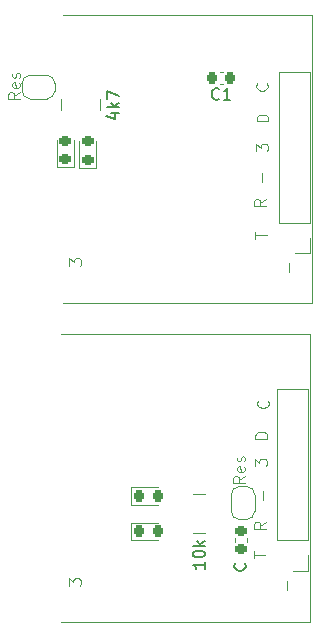
<source format=gbr>
%TF.GenerationSoftware,KiCad,Pcbnew,8.0.2*%
%TF.CreationDate,2025-09-09T09:28:48+02:00*%
%TF.ProjectId,e77,6537372e-6b69-4636-9164-5f7063625858,rev?*%
%TF.SameCoordinates,Original*%
%TF.FileFunction,Legend,Top*%
%TF.FilePolarity,Positive*%
%FSLAX46Y46*%
G04 Gerber Fmt 4.6, Leading zero omitted, Abs format (unit mm)*
G04 Created by KiCad (PCBNEW 8.0.2) date 2025-09-09 09:28:48*
%MOMM*%
%LPD*%
G01*
G04 APERTURE LIST*
G04 Aperture macros list*
%AMRoundRect*
0 Rectangle with rounded corners*
0 $1 Rounding radius*
0 $2 $3 $4 $5 $6 $7 $8 $9 X,Y pos of 4 corners*
0 Add a 4 corners polygon primitive as box body*
4,1,4,$2,$3,$4,$5,$6,$7,$8,$9,$2,$3,0*
0 Add four circle primitives for the rounded corners*
1,1,$1+$1,$2,$3*
1,1,$1+$1,$4,$5*
1,1,$1+$1,$6,$7*
1,1,$1+$1,$8,$9*
0 Add four rect primitives between the rounded corners*
20,1,$1+$1,$2,$3,$4,$5,0*
20,1,$1+$1,$4,$5,$6,$7,0*
20,1,$1+$1,$6,$7,$8,$9,0*
20,1,$1+$1,$8,$9,$2,$3,0*%
%AMFreePoly0*
4,1,19,0.500000,-0.750000,0.000000,-0.750000,0.000000,-0.744911,-0.071157,-0.744911,-0.207708,-0.704816,-0.327430,-0.627875,-0.420627,-0.520320,-0.479746,-0.390866,-0.500000,-0.250000,-0.500000,0.250000,-0.479746,0.390866,-0.420627,0.520320,-0.327430,0.627875,-0.207708,0.704816,-0.071157,0.744911,0.000000,0.744911,0.000000,0.750000,0.500000,0.750000,0.500000,-0.750000,0.500000,-0.750000,
$1*%
%AMFreePoly1*
4,1,19,0.000000,0.744911,0.071157,0.744911,0.207708,0.704816,0.327430,0.627875,0.420627,0.520320,0.479746,0.390866,0.500000,0.250000,0.500000,-0.250000,0.479746,-0.390866,0.420627,-0.520320,0.327430,-0.627875,0.207708,-0.704816,0.071157,-0.744911,0.000000,-0.744911,0.000000,-0.750000,-0.500000,-0.750000,-0.500000,0.750000,0.000000,0.750000,0.000000,0.744911,0.000000,0.744911,
$1*%
G04 Aperture macros list end*
%ADD10C,0.100000*%
%ADD11C,0.150000*%
%ADD12C,0.120000*%
%ADD13RoundRect,0.218750X-0.218750X-0.256250X0.218750X-0.256250X0.218750X0.256250X-0.218750X0.256250X0*%
%ADD14FreePoly0,90.000000*%
%ADD15FreePoly1,90.000000*%
%ADD16R,0.500000X0.800000*%
%ADD17R,0.400000X0.800000*%
%ADD18R,1.700000X1.700000*%
%ADD19O,1.700000X1.700000*%
%ADD20RoundRect,0.218750X0.256250X-0.218750X0.256250X0.218750X-0.256250X0.218750X-0.256250X-0.218750X0*%
%ADD21RoundRect,0.225000X0.250000X-0.225000X0.250000X0.225000X-0.250000X0.225000X-0.250000X-0.225000X0*%
%ADD22R,1.524000X1.524000*%
%ADD23C,1.524000*%
%ADD24R,0.800000X0.500000*%
%ADD25R,0.800000X0.400000*%
%ADD26RoundRect,0.225000X0.225000X0.250000X-0.225000X0.250000X-0.225000X-0.250000X0.225000X-0.250000X0*%
%ADD27FreePoly0,0.000000*%
%ADD28FreePoly1,0.000000*%
%ADD29R,4.200000X1.350000*%
%ADD30C,1.000000*%
G04 APERTURE END LIST*
D10*
X131806380Y-98946687D02*
X131854000Y-98994306D01*
X131854000Y-98994306D02*
X131901619Y-99137163D01*
X131901619Y-99137163D02*
X131901619Y-99232401D01*
X131901619Y-99232401D02*
X131854000Y-99375258D01*
X131854000Y-99375258D02*
X131758761Y-99470496D01*
X131758761Y-99470496D02*
X131663523Y-99518115D01*
X131663523Y-99518115D02*
X131473047Y-99565734D01*
X131473047Y-99565734D02*
X131330190Y-99565734D01*
X131330190Y-99565734D02*
X131139714Y-99518115D01*
X131139714Y-99518115D02*
X131044476Y-99470496D01*
X131044476Y-99470496D02*
X130949238Y-99375258D01*
X130949238Y-99375258D02*
X130901619Y-99232401D01*
X130901619Y-99232401D02*
X130901619Y-99137163D01*
X130901619Y-99137163D02*
X130949238Y-98994306D01*
X130949238Y-98994306D02*
X130996857Y-98946687D01*
X130698419Y-85233772D02*
X130698419Y-84662344D01*
X131698419Y-84948058D02*
X130698419Y-84948058D01*
X114950419Y-114599353D02*
X114950419Y-113980306D01*
X114950419Y-113980306D02*
X115331371Y-114313639D01*
X115331371Y-114313639D02*
X115331371Y-114170782D01*
X115331371Y-114170782D02*
X115378990Y-114075544D01*
X115378990Y-114075544D02*
X115426609Y-114027925D01*
X115426609Y-114027925D02*
X115521847Y-113980306D01*
X115521847Y-113980306D02*
X115759942Y-113980306D01*
X115759942Y-113980306D02*
X115855180Y-114027925D01*
X115855180Y-114027925D02*
X115902800Y-114075544D01*
X115902800Y-114075544D02*
X115950419Y-114170782D01*
X115950419Y-114170782D02*
X115950419Y-114456496D01*
X115950419Y-114456496D02*
X115902800Y-114551734D01*
X115902800Y-114551734D02*
X115855180Y-114599353D01*
X115001219Y-87522953D02*
X115001219Y-86903906D01*
X115001219Y-86903906D02*
X115382171Y-87237239D01*
X115382171Y-87237239D02*
X115382171Y-87094382D01*
X115382171Y-87094382D02*
X115429790Y-86999144D01*
X115429790Y-86999144D02*
X115477409Y-86951525D01*
X115477409Y-86951525D02*
X115572647Y-86903906D01*
X115572647Y-86903906D02*
X115810742Y-86903906D01*
X115810742Y-86903906D02*
X115905980Y-86951525D01*
X115905980Y-86951525D02*
X115953600Y-86999144D01*
X115953600Y-86999144D02*
X116001219Y-87094382D01*
X116001219Y-87094382D02*
X116001219Y-87380096D01*
X116001219Y-87380096D02*
X115953600Y-87475334D01*
X115953600Y-87475334D02*
X115905980Y-87522953D01*
X131647619Y-81877887D02*
X131171428Y-82211220D01*
X131647619Y-82449315D02*
X130647619Y-82449315D01*
X130647619Y-82449315D02*
X130647619Y-82068363D01*
X130647619Y-82068363D02*
X130695238Y-81973125D01*
X130695238Y-81973125D02*
X130742857Y-81925506D01*
X130742857Y-81925506D02*
X130838095Y-81877887D01*
X130838095Y-81877887D02*
X130980952Y-81877887D01*
X130980952Y-81877887D02*
X131076190Y-81925506D01*
X131076190Y-81925506D02*
X131123809Y-81973125D01*
X131123809Y-81973125D02*
X131171428Y-82068363D01*
X131171428Y-82068363D02*
X131171428Y-82449315D01*
X131647619Y-109208287D02*
X131171428Y-109541620D01*
X131647619Y-109779715D02*
X130647619Y-109779715D01*
X130647619Y-109779715D02*
X130647619Y-109398763D01*
X130647619Y-109398763D02*
X130695238Y-109303525D01*
X130695238Y-109303525D02*
X130742857Y-109255906D01*
X130742857Y-109255906D02*
X130838095Y-109208287D01*
X130838095Y-109208287D02*
X130980952Y-109208287D01*
X130980952Y-109208287D02*
X131076190Y-109255906D01*
X131076190Y-109255906D02*
X131123809Y-109303525D01*
X131123809Y-109303525D02*
X131171428Y-109398763D01*
X131171428Y-109398763D02*
X131171428Y-109779715D01*
X110819619Y-72835487D02*
X110343428Y-73168820D01*
X110819619Y-73406915D02*
X109819619Y-73406915D01*
X109819619Y-73406915D02*
X109819619Y-73025963D01*
X109819619Y-73025963D02*
X109867238Y-72930725D01*
X109867238Y-72930725D02*
X109914857Y-72883106D01*
X109914857Y-72883106D02*
X110010095Y-72835487D01*
X110010095Y-72835487D02*
X110152952Y-72835487D01*
X110152952Y-72835487D02*
X110248190Y-72883106D01*
X110248190Y-72883106D02*
X110295809Y-72930725D01*
X110295809Y-72930725D02*
X110343428Y-73025963D01*
X110343428Y-73025963D02*
X110343428Y-73406915D01*
X110772000Y-72025963D02*
X110819619Y-72121201D01*
X110819619Y-72121201D02*
X110819619Y-72311677D01*
X110819619Y-72311677D02*
X110772000Y-72406915D01*
X110772000Y-72406915D02*
X110676761Y-72454534D01*
X110676761Y-72454534D02*
X110295809Y-72454534D01*
X110295809Y-72454534D02*
X110200571Y-72406915D01*
X110200571Y-72406915D02*
X110152952Y-72311677D01*
X110152952Y-72311677D02*
X110152952Y-72121201D01*
X110152952Y-72121201D02*
X110200571Y-72025963D01*
X110200571Y-72025963D02*
X110295809Y-71978344D01*
X110295809Y-71978344D02*
X110391047Y-71978344D01*
X110391047Y-71978344D02*
X110486285Y-72454534D01*
X110772000Y-71597391D02*
X110819619Y-71502153D01*
X110819619Y-71502153D02*
X110819619Y-71311677D01*
X110819619Y-71311677D02*
X110772000Y-71216439D01*
X110772000Y-71216439D02*
X110676761Y-71168820D01*
X110676761Y-71168820D02*
X110629142Y-71168820D01*
X110629142Y-71168820D02*
X110533904Y-71216439D01*
X110533904Y-71216439D02*
X110486285Y-71311677D01*
X110486285Y-71311677D02*
X110486285Y-71454534D01*
X110486285Y-71454534D02*
X110438666Y-71549772D01*
X110438666Y-71549772D02*
X110343428Y-71597391D01*
X110343428Y-71597391D02*
X110295809Y-71597391D01*
X110295809Y-71597391D02*
X110200571Y-71549772D01*
X110200571Y-71549772D02*
X110152952Y-71454534D01*
X110152952Y-71454534D02*
X110152952Y-71311677D01*
X110152952Y-71311677D02*
X110200571Y-71216439D01*
X130698419Y-104490153D02*
X130698419Y-103871106D01*
X130698419Y-103871106D02*
X131079371Y-104204439D01*
X131079371Y-104204439D02*
X131079371Y-104061582D01*
X131079371Y-104061582D02*
X131126990Y-103966344D01*
X131126990Y-103966344D02*
X131174609Y-103918725D01*
X131174609Y-103918725D02*
X131269847Y-103871106D01*
X131269847Y-103871106D02*
X131507942Y-103871106D01*
X131507942Y-103871106D02*
X131603180Y-103918725D01*
X131603180Y-103918725D02*
X131650800Y-103966344D01*
X131650800Y-103966344D02*
X131698419Y-104061582D01*
X131698419Y-104061582D02*
X131698419Y-104347296D01*
X131698419Y-104347296D02*
X131650800Y-104442534D01*
X131650800Y-104442534D02*
X131603180Y-104490153D01*
X131368266Y-107341315D02*
X131368266Y-106579411D01*
X131317466Y-80417315D02*
X131317466Y-79655411D01*
X131704780Y-72073487D02*
X131752400Y-72121106D01*
X131752400Y-72121106D02*
X131800019Y-72263963D01*
X131800019Y-72263963D02*
X131800019Y-72359201D01*
X131800019Y-72359201D02*
X131752400Y-72502058D01*
X131752400Y-72502058D02*
X131657161Y-72597296D01*
X131657161Y-72597296D02*
X131561923Y-72644915D01*
X131561923Y-72644915D02*
X131371447Y-72692534D01*
X131371447Y-72692534D02*
X131228590Y-72692534D01*
X131228590Y-72692534D02*
X131038114Y-72644915D01*
X131038114Y-72644915D02*
X130942876Y-72597296D01*
X130942876Y-72597296D02*
X130847638Y-72502058D01*
X130847638Y-72502058D02*
X130800019Y-72359201D01*
X130800019Y-72359201D02*
X130800019Y-72263963D01*
X130800019Y-72263963D02*
X130847638Y-72121106D01*
X130847638Y-72121106D02*
X130895257Y-72073487D01*
X131850819Y-75286515D02*
X130850819Y-75286515D01*
X130850819Y-75286515D02*
X130850819Y-75048420D01*
X130850819Y-75048420D02*
X130898438Y-74905563D01*
X130898438Y-74905563D02*
X130993676Y-74810325D01*
X130993676Y-74810325D02*
X131088914Y-74762706D01*
X131088914Y-74762706D02*
X131279390Y-74715087D01*
X131279390Y-74715087D02*
X131422247Y-74715087D01*
X131422247Y-74715087D02*
X131612723Y-74762706D01*
X131612723Y-74762706D02*
X131707961Y-74810325D01*
X131707961Y-74810325D02*
X131803200Y-74905563D01*
X131803200Y-74905563D02*
X131850819Y-75048420D01*
X131850819Y-75048420D02*
X131850819Y-75286515D01*
X131749219Y-102159715D02*
X130749219Y-102159715D01*
X130749219Y-102159715D02*
X130749219Y-101921620D01*
X130749219Y-101921620D02*
X130796838Y-101778763D01*
X130796838Y-101778763D02*
X130892076Y-101683525D01*
X130892076Y-101683525D02*
X130987314Y-101635906D01*
X130987314Y-101635906D02*
X131177790Y-101588287D01*
X131177790Y-101588287D02*
X131320647Y-101588287D01*
X131320647Y-101588287D02*
X131511123Y-101635906D01*
X131511123Y-101635906D02*
X131606361Y-101683525D01*
X131606361Y-101683525D02*
X131701600Y-101778763D01*
X131701600Y-101778763D02*
X131749219Y-101921620D01*
X131749219Y-101921620D02*
X131749219Y-102159715D01*
X130596819Y-112259372D02*
X130596819Y-111687944D01*
X131596819Y-111973658D02*
X130596819Y-111973658D01*
X130800019Y-77820153D02*
X130800019Y-77201106D01*
X130800019Y-77201106D02*
X131180971Y-77534439D01*
X131180971Y-77534439D02*
X131180971Y-77391582D01*
X131180971Y-77391582D02*
X131228590Y-77296344D01*
X131228590Y-77296344D02*
X131276209Y-77248725D01*
X131276209Y-77248725D02*
X131371447Y-77201106D01*
X131371447Y-77201106D02*
X131609542Y-77201106D01*
X131609542Y-77201106D02*
X131704780Y-77248725D01*
X131704780Y-77248725D02*
X131752400Y-77296344D01*
X131752400Y-77296344D02*
X131800019Y-77391582D01*
X131800019Y-77391582D02*
X131800019Y-77677296D01*
X131800019Y-77677296D02*
X131752400Y-77772534D01*
X131752400Y-77772534D02*
X131704780Y-77820153D01*
X133552666Y-88037315D02*
X133552666Y-87275411D01*
X133451066Y-115012115D02*
X133451066Y-114250211D01*
X129864819Y-105329487D02*
X129388628Y-105662820D01*
X129864819Y-105900915D02*
X128864819Y-105900915D01*
X128864819Y-105900915D02*
X128864819Y-105519963D01*
X128864819Y-105519963D02*
X128912438Y-105424725D01*
X128912438Y-105424725D02*
X128960057Y-105377106D01*
X128960057Y-105377106D02*
X129055295Y-105329487D01*
X129055295Y-105329487D02*
X129198152Y-105329487D01*
X129198152Y-105329487D02*
X129293390Y-105377106D01*
X129293390Y-105377106D02*
X129341009Y-105424725D01*
X129341009Y-105424725D02*
X129388628Y-105519963D01*
X129388628Y-105519963D02*
X129388628Y-105900915D01*
X129817200Y-104519963D02*
X129864819Y-104615201D01*
X129864819Y-104615201D02*
X129864819Y-104805677D01*
X129864819Y-104805677D02*
X129817200Y-104900915D01*
X129817200Y-104900915D02*
X129721961Y-104948534D01*
X129721961Y-104948534D02*
X129341009Y-104948534D01*
X129341009Y-104948534D02*
X129245771Y-104900915D01*
X129245771Y-104900915D02*
X129198152Y-104805677D01*
X129198152Y-104805677D02*
X129198152Y-104615201D01*
X129198152Y-104615201D02*
X129245771Y-104519963D01*
X129245771Y-104519963D02*
X129341009Y-104472344D01*
X129341009Y-104472344D02*
X129436247Y-104472344D01*
X129436247Y-104472344D02*
X129531485Y-104948534D01*
X129817200Y-104091391D02*
X129864819Y-103996153D01*
X129864819Y-103996153D02*
X129864819Y-103805677D01*
X129864819Y-103805677D02*
X129817200Y-103710439D01*
X129817200Y-103710439D02*
X129721961Y-103662820D01*
X129721961Y-103662820D02*
X129674342Y-103662820D01*
X129674342Y-103662820D02*
X129579104Y-103710439D01*
X129579104Y-103710439D02*
X129531485Y-103805677D01*
X129531485Y-103805677D02*
X129531485Y-103948534D01*
X129531485Y-103948534D02*
X129483866Y-104043772D01*
X129483866Y-104043772D02*
X129388628Y-104091391D01*
X129388628Y-104091391D02*
X129341009Y-104091391D01*
X129341009Y-104091391D02*
X129245771Y-104043772D01*
X129245771Y-104043772D02*
X129198152Y-103948534D01*
X129198152Y-103948534D02*
X129198152Y-103805677D01*
X129198152Y-103805677D02*
X129245771Y-103710439D01*
D11*
X118507752Y-74604476D02*
X119174419Y-74604476D01*
X118126800Y-74842571D02*
X118841085Y-75080666D01*
X118841085Y-75080666D02*
X118841085Y-74461619D01*
X119174419Y-74080666D02*
X118174419Y-74080666D01*
X118793466Y-73985428D02*
X119174419Y-73699714D01*
X118507752Y-73699714D02*
X118888704Y-74080666D01*
X118174419Y-73366380D02*
X118174419Y-72699714D01*
X118174419Y-72699714D02*
X119174419Y-73128285D01*
X129859580Y-112709476D02*
X129907200Y-112757095D01*
X129907200Y-112757095D02*
X129954819Y-112899952D01*
X129954819Y-112899952D02*
X129954819Y-112995190D01*
X129954819Y-112995190D02*
X129907200Y-113138047D01*
X129907200Y-113138047D02*
X129811961Y-113233285D01*
X129811961Y-113233285D02*
X129716723Y-113280904D01*
X129716723Y-113280904D02*
X129526247Y-113328523D01*
X129526247Y-113328523D02*
X129383390Y-113328523D01*
X129383390Y-113328523D02*
X129192914Y-113280904D01*
X129192914Y-113280904D02*
X129097676Y-113233285D01*
X129097676Y-113233285D02*
X129002438Y-113138047D01*
X129002438Y-113138047D02*
X128954819Y-112995190D01*
X128954819Y-112995190D02*
X128954819Y-112899952D01*
X128954819Y-112899952D02*
X129002438Y-112757095D01*
X129002438Y-112757095D02*
X129050057Y-112709476D01*
X126454819Y-112595238D02*
X126454819Y-113166666D01*
X126454819Y-112880952D02*
X125454819Y-112880952D01*
X125454819Y-112880952D02*
X125597676Y-112976190D01*
X125597676Y-112976190D02*
X125692914Y-113071428D01*
X125692914Y-113071428D02*
X125740533Y-113166666D01*
X125454819Y-111976190D02*
X125454819Y-111880952D01*
X125454819Y-111880952D02*
X125502438Y-111785714D01*
X125502438Y-111785714D02*
X125550057Y-111738095D01*
X125550057Y-111738095D02*
X125645295Y-111690476D01*
X125645295Y-111690476D02*
X125835771Y-111642857D01*
X125835771Y-111642857D02*
X126073866Y-111642857D01*
X126073866Y-111642857D02*
X126264342Y-111690476D01*
X126264342Y-111690476D02*
X126359580Y-111738095D01*
X126359580Y-111738095D02*
X126407200Y-111785714D01*
X126407200Y-111785714D02*
X126454819Y-111880952D01*
X126454819Y-111880952D02*
X126454819Y-111976190D01*
X126454819Y-111976190D02*
X126407200Y-112071428D01*
X126407200Y-112071428D02*
X126359580Y-112119047D01*
X126359580Y-112119047D02*
X126264342Y-112166666D01*
X126264342Y-112166666D02*
X126073866Y-112214285D01*
X126073866Y-112214285D02*
X125835771Y-112214285D01*
X125835771Y-112214285D02*
X125645295Y-112166666D01*
X125645295Y-112166666D02*
X125550057Y-112119047D01*
X125550057Y-112119047D02*
X125502438Y-112071428D01*
X125502438Y-112071428D02*
X125454819Y-111976190D01*
X126454819Y-111214285D02*
X125454819Y-111214285D01*
X126073866Y-111119047D02*
X126454819Y-110833333D01*
X125788152Y-110833333D02*
X126169104Y-111214285D01*
X127686733Y-73376180D02*
X127639114Y-73423800D01*
X127639114Y-73423800D02*
X127496257Y-73471419D01*
X127496257Y-73471419D02*
X127401019Y-73471419D01*
X127401019Y-73471419D02*
X127258162Y-73423800D01*
X127258162Y-73423800D02*
X127162924Y-73328561D01*
X127162924Y-73328561D02*
X127115305Y-73233323D01*
X127115305Y-73233323D02*
X127067686Y-73042847D01*
X127067686Y-73042847D02*
X127067686Y-72899990D01*
X127067686Y-72899990D02*
X127115305Y-72709514D01*
X127115305Y-72709514D02*
X127162924Y-72614276D01*
X127162924Y-72614276D02*
X127258162Y-72519038D01*
X127258162Y-72519038D02*
X127401019Y-72471419D01*
X127401019Y-72471419D02*
X127496257Y-72471419D01*
X127496257Y-72471419D02*
X127639114Y-72519038D01*
X127639114Y-72519038D02*
X127686733Y-72566657D01*
X128639114Y-73471419D02*
X128067686Y-73471419D01*
X128353400Y-73471419D02*
X128353400Y-72471419D01*
X128353400Y-72471419D02*
X128258162Y-72614276D01*
X128258162Y-72614276D02*
X128162924Y-72709514D01*
X128162924Y-72709514D02*
X128067686Y-72757133D01*
D12*
%TO.C,D4*%
X120227500Y-109265000D02*
X120227500Y-110735000D01*
X120227500Y-110735000D02*
X122512500Y-110735000D01*
X122512500Y-109265000D02*
X120227500Y-109265000D01*
%TO.C,JP2*%
X128692400Y-108304800D02*
X128692400Y-106904800D01*
X129392400Y-106204800D02*
X129992400Y-106204800D01*
X129992400Y-109004800D02*
X129392400Y-109004800D01*
X130692400Y-106904800D02*
X130692400Y-108304800D01*
X128692400Y-106904800D02*
G75*
G02*
X129392400Y-106204800I700000J0D01*
G01*
X129392400Y-109004800D02*
G75*
G02*
X128692400Y-108304800I-1J699999D01*
G01*
X129992400Y-106204800D02*
G75*
G02*
X130692400Y-106904800I0J-700000D01*
G01*
X130692400Y-108304800D02*
G75*
G02*
X129992400Y-109004800I-699999J-1D01*
G01*
%TO.C,RN1*%
X114248400Y-74372600D02*
X114248400Y-73372600D01*
X117608400Y-74372600D02*
X117608400Y-73372600D01*
%TO.C,J2*%
X132734000Y-83880200D02*
X132734000Y-71120200D01*
X135394000Y-71120200D02*
X132734000Y-71120200D01*
X135394000Y-83880200D02*
X132734000Y-83880200D01*
X135394000Y-83880200D02*
X135394000Y-71120200D01*
X135394000Y-85150200D02*
X135394000Y-86480200D01*
X135394000Y-86480200D02*
X134064000Y-86480200D01*
%TO.C,D1*%
X113923400Y-76908100D02*
X113923400Y-79193100D01*
X113923400Y-79193100D02*
X115393400Y-79193100D01*
X115393400Y-79193100D02*
X115393400Y-76908100D01*
%TO.C,C2*%
X128990000Y-110884580D02*
X128990000Y-110603420D01*
X130010000Y-110884580D02*
X130010000Y-110603420D01*
%TO.C,U2*%
X135410000Y-93310000D02*
X114330000Y-93310000D01*
X135410000Y-117690000D02*
X114330000Y-117690000D01*
X135410000Y-117690000D02*
X135410000Y-93310000D01*
%TO.C,D3*%
X120227500Y-106265000D02*
X120227500Y-107735000D01*
X120227500Y-107735000D02*
X122512500Y-107735000D01*
X122512500Y-106265000D02*
X120227500Y-106265000D01*
%TO.C,U1*%
X135521600Y-66321600D02*
X114441600Y-66321600D01*
X135521600Y-90701600D02*
X114441600Y-90701600D01*
X135521600Y-90701600D02*
X135521600Y-66321600D01*
%TO.C,RN2*%
X125500000Y-106820000D02*
X126500000Y-106820000D01*
X125500000Y-110180000D02*
X126500000Y-110180000D01*
%TO.C,D2*%
X115803000Y-76958900D02*
X115803000Y-79243900D01*
X115803000Y-79243900D02*
X117273000Y-79243900D01*
X117273000Y-79243900D02*
X117273000Y-76958900D01*
%TO.C,C1*%
X127993980Y-71076600D02*
X127712820Y-71076600D01*
X127993980Y-72096600D02*
X127712820Y-72096600D01*
%TO.C,JP1*%
X110980000Y-72690000D02*
X110980000Y-72090000D01*
X111680000Y-71390000D02*
X113080000Y-71390000D01*
X113080000Y-73390000D02*
X111680000Y-73390000D01*
X113780000Y-72090000D02*
X113780000Y-72690000D01*
X110980000Y-72090000D02*
G75*
G02*
X111680000Y-71390000I699999J1D01*
G01*
X111680000Y-73390000D02*
G75*
G02*
X110980000Y-72690000I-1J699999D01*
G01*
X113080000Y-71390000D02*
G75*
G02*
X113780000Y-72090000I0J-700000D01*
G01*
X113780000Y-72690000D02*
G75*
G02*
X113080000Y-73390000I-700000J0D01*
G01*
%TO.C,J1*%
X132578800Y-110730000D02*
X132578800Y-97970000D01*
X135238800Y-97970000D02*
X132578800Y-97970000D01*
X135238800Y-110730000D02*
X132578800Y-110730000D01*
X135238800Y-110730000D02*
X135238800Y-97970000D01*
X135238800Y-112000000D02*
X135238800Y-113330000D01*
X135238800Y-113330000D02*
X133908800Y-113330000D01*
%TD*%
%LPC*%
D13*
%TO.C,D4*%
X120925000Y-110000000D03*
X122500000Y-110000000D03*
%TD*%
D14*
%TO.C,JP2*%
X129692400Y-108254800D03*
D15*
X129692400Y-106954800D03*
%TD*%
D16*
%TO.C,RN1*%
X117128400Y-72972600D03*
D17*
X116328400Y-72972600D03*
X115528400Y-72972600D03*
D16*
X114728400Y-72972600D03*
X114728400Y-74772600D03*
D17*
X115528400Y-74772600D03*
X116328400Y-74772600D03*
D16*
X117128400Y-74772600D03*
%TD*%
D18*
%TO.C,J2*%
X134064000Y-85150200D03*
D19*
X134064000Y-82610200D03*
X134064000Y-80070200D03*
X134064000Y-77530200D03*
X134064000Y-74990200D03*
X134064000Y-72450200D03*
%TD*%
D20*
%TO.C,D1*%
X114658400Y-78495600D03*
X114658400Y-76920600D03*
%TD*%
D21*
%TO.C,C2*%
X129500000Y-111519000D03*
X129500000Y-109969000D03*
%TD*%
D22*
%TO.C,U2*%
X115400000Y-116500000D03*
D23*
X117400000Y-116500000D03*
X119400000Y-116500000D03*
X121400000Y-116500000D03*
X123400000Y-116500000D03*
X125400000Y-116500000D03*
X127400000Y-116500000D03*
X129400000Y-116500000D03*
X131400000Y-116500000D03*
X133400000Y-116500000D03*
X133400000Y-94500000D03*
X131400000Y-94500000D03*
X129400000Y-94500000D03*
X127400000Y-94500000D03*
X125400000Y-94500000D03*
X123400000Y-94500000D03*
X121400000Y-94500000D03*
X119400000Y-94500000D03*
X117400000Y-94500000D03*
X115400000Y-94500000D03*
%TD*%
D13*
%TO.C,D3*%
X120925000Y-107000000D03*
X122500000Y-107000000D03*
%TD*%
D22*
%TO.C,U1*%
X115511600Y-89511600D03*
D23*
X117511600Y-89511600D03*
X119511600Y-89511600D03*
X121511600Y-89511600D03*
X123511600Y-89511600D03*
X125511600Y-89511600D03*
X127511600Y-89511600D03*
X129511600Y-89511600D03*
X131511600Y-89511600D03*
X133511600Y-89511600D03*
X133511600Y-67511600D03*
X131511600Y-67511600D03*
X129511600Y-67511600D03*
X127511600Y-67511600D03*
X125511600Y-67511600D03*
X123511600Y-67511600D03*
X121511600Y-67511600D03*
X119511600Y-67511600D03*
X117511600Y-67511600D03*
X115511600Y-67511600D03*
%TD*%
D24*
%TO.C,RN2*%
X126900000Y-109700000D03*
D25*
X126900000Y-108900000D03*
X126900000Y-108100000D03*
D24*
X126900000Y-107300000D03*
X125100000Y-107300000D03*
D25*
X125100000Y-108100000D03*
X125100000Y-108900000D03*
D24*
X125100000Y-109700000D03*
%TD*%
D20*
%TO.C,D2*%
X116538000Y-78546400D03*
X116538000Y-76971400D03*
%TD*%
D26*
%TO.C,C1*%
X128628400Y-71586600D03*
X127078400Y-71586600D03*
%TD*%
D27*
%TO.C,JP1*%
X111730000Y-72390000D03*
D28*
X113030000Y-72390000D03*
%TD*%
D18*
%TO.C,J1*%
X133908800Y-112000000D03*
D19*
X133908800Y-109460000D03*
X133908800Y-106920000D03*
X133908800Y-104380000D03*
X133908800Y-101840000D03*
X133908800Y-99300000D03*
%TD*%
D29*
%TO.C,AE2*%
X108662500Y-108325000D03*
X108662500Y-102675000D03*
%TD*%
%TO.C,AE1*%
X109273600Y-81422000D03*
X109273600Y-75772000D03*
%TD*%
D30*
%TO.C,U3*%
X124411600Y-80921600D03*
%TD*%
%LPD*%
M02*

</source>
